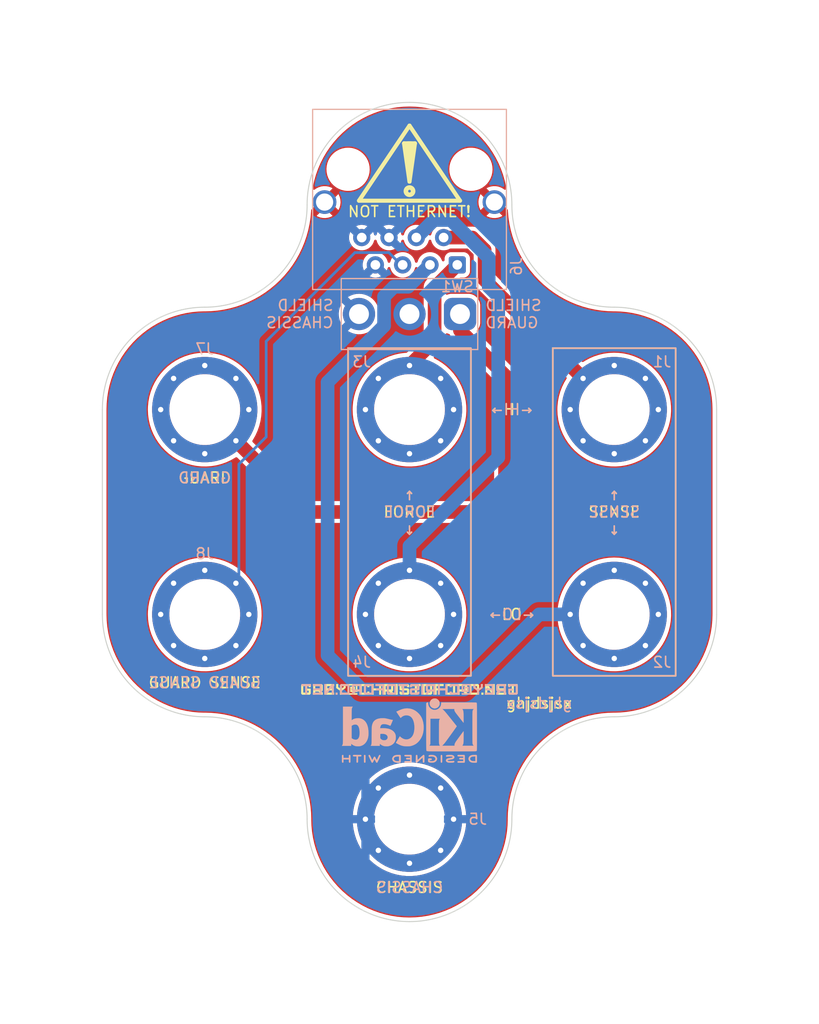
<source format=kicad_pcb>
(kicad_pcb (version 20211014) (generator pcbnew)
  (layers (0 "F.Cu" signal) (31 "B.Cu" signal) (34 "B.Paste" user) (35 "F.Paste" user) (36 "B.SilkS" user "B.Silkscreen") (37 "F.SilkS" user "F.Silkscreen") (38 "B.Mask" user) (39 "F.Mask" user) (44 "Edge.Cuts" user))
  (net 0 "")
  (net 1 "/HI_SENSE")
  (net 2 "/LO_SENSE")
  (net 3 "/HI_FORCE")
  (net 4 "/LO_FORCE")
  (net 5 "GNDPWR")
  (net 6 "/GUARD_SENSE")
  (net 7 "/GUARD")
  (net 8 "/SHIELD")
  (footprint "Symbol:Symbol_Attention_CopperTop_Small" (layer "F.Cu") (at 114.3 34.925)
    (fp_text reference "REF**" hide)
    (fp_text value "Symbol_Attention_CopperTop_Small")
  )
  (footprint "custom_footprints:logo_small" (layer "F.Cu") (at 114.3 83.185)
    (fp_text reference "LOGO2" hide)
    (fp_text value "Logo_Open_Hardware_Small" hide)
  )
  (footprint "custom_footprints:Mounting_Wuerth_WA-SMSI-4.5mm_H3mm_9774030482_pad_mod" (layer "B.Cu") (at 133.35 76.2 180)
    (fp_text reference "J2" (at -4.445 -4.445) (layer "B.SilkS") (effects (justify mirror)))
    (fp_text value "Conn_01x01_Female")
    (pad "" np_thru_hole circle (at 0 0 180) (size 5.4 5.4) (drill 5.4) (layers F&B.Cu *.Mask))
    (pad "1" thru_hole custom (at 2.899138 -2.899138 180) (size 0.8 0.8) (drill 0.5) (layers *.Cu *.Mask) (net 2 "/LO_SENSE") (options (clearance outline) (anchor circle)) (primitives))
    (pad "1" thru_hole custom (at 2.899138 2.899138 180) (size 0.8 0.8) (drill 0.5) (layers *.Cu *.Mask) (net 2 "/LO_SENSE") (options (clearance outline) (anchor circle)) (primitives))
    (pad "1" thru_hole custom (at 0 -4.1 180) (size 0.8 0.8) (drill 0.5) (layers *.Cu *.Mask) (net 2 "/LO_SENSE") (options (clearance outline) (anchor circle)) (primitives))
    (pad "1" thru_hole custom (at -2.899138 2.899138 180) (size 0.8 0.8) (drill 0.5) (layers *.Cu *.Mask) (net 2 "/LO_SENSE") (options (clearance outline) (anchor circle)) (primitives))
    (pad "1" thru_hole custom (at -2.899138 -2.899138 180) (size 0.8 0.8) (drill 0.5) (layers *.Cu *.Mask) (net 2 "/LO_SENSE") (options (clearance outline) (anchor circle)) (primitives))
    (pad "1" thru_hole custom (at 4.1 0 180) (size 1.6 1.6) (drill 0.5) (layers *.Cu *.Mask) (net 2 "/LO_SENSE") (options (clearance convexhull) (anchor circle)) (primitives (gr_circle (center -4.1 0) (end 0 0) (width 1.6) (fill none))))
    (pad "1" thru_hole custom (at -4.1 0 180) (size 0.8 0.8) (drill 0.5) (layers *.Cu *.Mask) (net 2 "/LO_SENSE") (options (clearance outline) (anchor circle)) (primitives))
    (pad "1" thru_hole custom (at 0 4.1 180) (size 0.8 0.8) (drill 0.5) (layers *.Cu *.Mask) (net 2 "/LO_SENSE") (options (clearance outline) (anchor circle)) (primitives))
  )
  (footprint "custom_footprints:SPDT_slide_switch" (layer "B.Cu") (at 114.3 48.26 180)
    (fp_text reference "SW1" (at -4.445 2.54 unlocked) (layer "B.SilkS") (effects (justify mirror)))
    (fp_text value "SW_SPDT")
    (pad "1" thru_hole roundrect (at -4.7 0 180) (size 3 3) (drill 1.85) (layers *.Cu *.Mask) (net 7 "/GUARD"))
    (pad "2" thru_hole circle (at 0 0 180) (size 3 3) (drill 1.85) (layers *.Cu *.Mask) (net 8 "/SHIELD"))
    (pad "3" thru_hole circle (at 4.7 0 180) (size 3 3) (drill 1.85) (layers *.Cu *.Mask) (net 5 "GNDPWR"))
  )
  (footprint "custom_footprints:Mounting_Wuerth_WA-SMSI-4.5mm_H3mm_9774030482_pad_mod" (layer "B.Cu") (at 114.3 95.25 180)
    (fp_text reference "J5" (at -6.35 0) (layer "B.SilkS") (effects (justify mirror)))
    (fp_text value "Conn_01x01_Female")
    (pad "" np_thru_hole circle (at 0 0 180) (size 5.4 5.4) (drill 5.4) (layers F&B.Cu *.Mask))
    (pad "1" thru_hole custom (at -4.1 0 180) (size 0.8 0.8) (drill 0.5) (layers *.Cu *.Mask) (net 5 "GNDPWR") (options (clearance outline) (anchor circle)) (primitives))
    (pad "1" thru_hole custom (at 2.899138 2.899138 180) (size 0.8 0.8) (drill 0.5) (layers *.Cu *.Mask) (net 5 "GNDPWR") (options (clearance outline) (anchor circle)) (primitives))
    (pad "1" thru_hole custom (at 4.1 0 180) (size 1.6 1.6) (drill 0.5) (layers *.Cu *.Mask) (net 5 "GNDPWR") (options (clearance convexhull) (anchor circle)) (primitives (gr_circle (center -4.1 0) (end 0 0) (width 1.6) (fill none))))
    (pad "1" thru_hole custom (at 0 -4.1 180) (size 0.8 0.8) (drill 0.5) (layers *.Cu *.Mask) (net 5 "GNDPWR") (options (clearance outline) (anchor circle)) (primitives))
    (pad "1" thru_hole custom (at 2.899138 -2.899138 180) (size 0.8 0.8) (drill 0.5) (layers *.Cu *.Mask) (net 5 "GNDPWR") (options (clearance outline) (anchor circle)) (primitives))
    (pad "1" thru_hole custom (at 0 4.1 180) (size 0.8 0.8) (drill 0.5) (layers *.Cu *.Mask) (net 5 "GNDPWR") (options (clearance outline) (anchor circle)) (primitives))
    (pad "1" thru_hole custom (at -2.899138 -2.899138 180) (size 0.8 0.8) (drill 0.5) (layers *.Cu *.Mask) (net 5 "GNDPWR") (options (clearance outline) (anchor circle)) (primitives))
    (pad "1" thru_hole custom (at -2.899138 2.899138 180) (size 0.8 0.8) (drill 0.5) (layers *.Cu *.Mask) (net 5 "GNDPWR") (options (clearance outline) (anchor circle)) (primitives))
  )
  (footprint "custom_footprints:Mounting_Wuerth_WA-SMSI-4.5mm_H3mm_9774030482_pad_mod" (layer "B.Cu") (at 95.25 76.2 180)
    (fp_text reference "J8" (at 0 5.65) (layer "B.SilkS") (effects (justify mirror)))
    (fp_text value "Conn_01x01_Female")
    (pad "" np_thru_hole circle (at 0 0 180) (size 5.4 5.4) (drill 5.4) (layers F&B.Cu *.Mask))
    (pad "1" thru_hole custom (at 4.1 0 180) (size 1.6 1.6) (drill 0.5) (layers *.Cu *.Mask) (net 6 "/GUARD_SENSE") (options (clearance convexhull) (anchor circle)) (primitives (gr_circle (center -4.1 0) (end 0 0) (width 1.6) (fill none))))
    (pad "1" thru_hole custom (at -2.899138 -2.899138 180) (size 0.8 0.8) (drill 0.5) (layers *.Cu *.Mask) (net 6 "/GUARD_SENSE") (options (clearance outline) (anchor circle)) (primitives))
    (pad "1" thru_hole custom (at 2.899138 -2.899138 180) (size 0.8 0.8) (drill 0.5) (layers *.Cu *.Mask) (net 6 "/GUARD_SENSE") (options (clearance outline) (anchor circle)) (primitives))
    (pad "1" thru_hole custom (at 0 4.1 180) (size 0.8 0.8) (drill 0.5) (layers *.Cu *.Mask) (net 6 "/GUARD_SENSE") (options (clearance outline) (anchor circle)) (primitives))
    (pad "1" thru_hole custom (at 2.899138 2.899138 180) (size 0.8 0.8) (drill 0.5) (layers *.Cu *.Mask) (net 6 "/GUARD_SENSE") (options (clearance outline) (anchor circle)) (primitives))
    (pad "1" thru_hole custom (at -4.1 0 180) (size 0.8 0.8) (drill 0.5) (layers *.Cu *.Mask) (net 6 "/GUARD_SENSE") (options (clearance outline) (anchor circle)) (primitives))
    (pad "1" thru_hole custom (at 0 -4.1 180) (size 0.8 0.8) (drill 0.5) (layers *.Cu *.Mask) (net 6 "/GUARD_SENSE") (options (clearance outline) (anchor circle)) (primitives))
    (pad "1" thru_hole custom (at -2.899138 2.899138 180) (size 0.8 0.8) (drill 0.5) (layers *.Cu *.Mask) (net 6 "/GUARD_SENSE") (options (clearance outline) (anchor circle)) (primitives))
  )
  (footprint "custom_footprints:Mounting_Wuerth_WA-SMSI-4.5mm_H3mm_9774030482_pad_mod" (layer "B.Cu") (at 133.35 57.15 180)
    (fp_text reference "J1" (at -4.445 4.445) (layer "B.SilkS") (effects (justify mirror)))
    (fp_text value "Conn_01x01_Female")
    (pad "" np_thru_hole circle (at 0 0 180) (size 5.4 5.4) (drill 5.4) (layers F&B.Cu *.Mask))
    (pad "1" thru_hole custom (at 0 -4.1 180) (size 0.8 0.8) (drill 0.5) (layers *.Cu *.Mask) (net 1 "/HI_SENSE") (options (clearance outline) (anchor circle)) (primitives))
    (pad "1" thru_hole custom (at -2.899138 -2.899138 180) (size 0.8 0.8) (drill 0.5) (layers *.Cu *.Mask) (net 1 "/HI_SENSE") (options (clearance outline) (anchor circle)) (primitives))
    (pad "1" thru_hole custom (at 4.1 0 180) (size 1.6 1.6) (drill 0.5) (layers *.Cu *.Mask) (net 1 "/HI_SENSE") (options (clearance convexhull) (anchor circle)) (primitives (gr_circle (center -4.1 0) (end 0 0) (width 1.6) (fill none))))
    (pad "1" thru_hole custom (at 2.899138 -2.899138 180) (size 0.8 0.8) (drill 0.5) (layers *.Cu *.Mask) (net 1 "/HI_SENSE") (options (clearance outline) (anchor circle)) (primitives))
    (pad "1" thru_hole custom (at -4.1 0 180) (size 0.8 0.8) (drill 0.5) (layers *.Cu *.Mask) (net 1 "/HI_SENSE") (options (clearance outline) (anchor circle)) (primitives))
    (pad "1" thru_hole custom (at -2.899138 2.899138 180) (size 0.8 0.8) (drill 0.5) (layers *.Cu *.Mask) (net 1 "/HI_SENSE") (options (clearance outline) (anchor circle)) (primitives))
    (pad "1" thru_hole custom (at 2.899138 2.899138 180) (size 0.8 0.8) (drill 0.5) (layers *.Cu *.Mask) (net 1 "/HI_SENSE") (options (clearance outline) (anchor circle)) (primitives))
    (pad "1" thru_hole custom (at 0 4.1 180) (size 0.8 0.8) (drill 0.5) (layers *.Cu *.Mask) (net 1 "/HI_SENSE") (options (clearance outline) (anchor circle)) (primitives))
  )
  (footprint "Symbol:KiCad-Logo2_5mm_SilkScreen" (layer "B.Cu") (at 114.3 86.995 180)
    (fp_text reference "REF**" hide)
    (fp_text value "KiCad-Logo2_5mm_SilkScreen" hide)
  )
  (footprint "custom_footprints:Mounting_Wuerth_WA-SMSI-4.5mm_H3mm_9774030482_pad_mod" (layer "B.Cu") (at 95.25 57.15 180)
    (fp_text reference "J7" (at 0 5.65) (layer "B.SilkS") (effects (justify mirror)))
    (fp_text value "Conn_01x01_Female")
    (pad "" np_thru_hole circle (at 0 0 180) (size 5.4 5.4) (drill 5.4) (layers F&B.Cu *.Mask))
    (pad "1" thru_hole custom (at 0 -4.1 180) (size 0.8 0.8) (drill 0.5) (layers *.Cu *.Mask) (net 7 "/GUARD") (options (clearance outline) (anchor circle)) (primitives))
    (pad "1" thru_hole custom (at 0 4.1 180) (size 0.8 0.8) (drill 0.5) (layers *.Cu *.Mask) (net 7 "/GUARD") (options (clearance outline) (anchor circle)) (primitives))
    (pad "1" thru_hole custom (at -2.899138 -2.899138 180) (size 0.8 0.8) (drill 0.5) (layers *.Cu *.Mask) (net 7 "/GUARD") (options (clearance outline) (anchor circle)) (primitives))
    (pad "1" thru_hole custom (at 2.899138 -2.899138 180) (size 0.8 0.8) (drill 0.5) (layers *.Cu *.Mask) (net 7 "/GUARD") (options (clearance outline) (anchor circle)) (primitives))
    (pad "1" thru_hole custom (at -4.1 0 180) (size 0.8 0.8) (drill 0.5) (layers *.Cu *.Mask) (net 7 "/GUARD") (options (clearance outline) (anchor circle)) (primitives))
    (pad "1" thru_hole custom (at -2.899138 2.899138 180) (size 0.8 0.8) (drill 0.5) (layers *.Cu *.Mask) (net 7 "/GUARD") (options (clearance outline) (anchor circle)) (primitives))
    (pad "1" thru_hole custom (at 2.899138 2.899138 180) (size 0.8 0.8) (drill 0.5) (layers *.Cu *.Mask) (net 7 "/GUARD") (options (clearance outline) (anchor circle)) (primitives))
    (pad "1" thru_hole custom (at 4.1 0 180) (size 1.6 1.6) (drill 0.5) (layers *.Cu *.Mask) (net 7 "/GUARD") (options (clearance convexhull) (anchor circle)) (primitives (gr_circle (center -4.1 0) (end 0 0) (width 1.6) (fill none))))
  )
  (footprint "custom_footprints:logo_small" (layer "B.Cu") (at 114.3 83.185 180)
    (fp_text reference "LOGO1" hide)
    (fp_text value "Logo_Open_Hardware_Small" hide)
  )
  (footprint "custom_footprints:Mounting_Wuerth_WA-SMSI-4.5mm_H3mm_9774030482_pad_mod" (layer "B.Cu") (at 114.3 57.15 180)
    (fp_text reference "J3" (at 4.445 4.445) (layer "B.SilkS") (effects (justify mirror)))
    (fp_text value "Conn_01x01_Female")
    (pad "" np_thru_hole circle (at 0 0 180) (size 5.4 5.4) (drill 5.4) (layers F&B.Cu *.Mask))
    (pad "1" thru_hole custom (at 2.899138 2.899138 180) (size 0.8 0.8) (drill 0.5) (layers *.Cu *.Mask) (net 3 "/HI_FORCE") (options (clearance outline) (anchor circle)) (primitives))
    (pad "1" thru_hole custom (at -4.1 0 180) (size 0.8 0.8) (drill 0.5) (layers *.Cu *.Mask) (net 3 "/HI_FORCE") (options (clearance outline) (anchor circle)) (primitives))
    (pad "1" thru_hole custom (at 0 -4.1 180) (size 0.8 0.8) (drill 0.5) (layers *.Cu *.Mask) (net 3 "/HI_FORCE") (options (clearance outline) (anchor circle)) (primitives))
    (pad "1" thru_hole custom (at 2.899138 -2.899138 180) (size 0.8 0.8) (drill 0.5) (layers *.Cu *.Mask) (net 3 "/HI_FORCE") (options (clearance outline) (anchor circle)) (primitives))
    (pad "1" thru_hole custom (at 4.1 0 180) (size 1.6 1.6) (drill 0.5) (layers *.Cu *.Mask) (net 3 "/HI_FORCE") (options (clearance convexhull) (anchor circle)) (primitives (gr_circle (center -4.1 0) (end 0 0) (width 1.6) (fill none))))
    (pad "1" thru_hole custom (at 0 4.1 180) (size 0.8 0.8) (drill 0.5) (layers *.Cu *.Mask) (net 3 "/HI_FORCE") (options (clearance outline) (anchor circle)) (primitives))
    (pad "1" thru_hole custom (at -2.899138 2.899138 180) (size 0.8 0.8) (drill 0.5) (layers *.Cu *.Mask) (net 3 "/HI_FORCE") (options (clearance outline) (anchor circle)) (primitives))
    (pad "1" thru_hole custom (at -2.899138 -2.899138 180) (size 0.8 0.8) (drill 0.5) (layers *.Cu *.Mask) (net 3 "/HI_FORCE") (options (clearance outline) (anchor circle)) (primitives))
  )
  (footprint "custom_footprints:Mounting_Wuerth_WA-SMSI-4.5mm_H3mm_9774030482_pad_mod" (layer "B.Cu") (at 114.3 76.2 180)
    (fp_text reference "J4" (at 4.445 -4.445) (layer "B.SilkS") (effects (justify mirror)))
    (fp_text value "Conn_01x01_Female")
    (pad "" np_thru_hole circle (at 0 0 180) (size 5.4 5.4) (drill 5.4) (layers F&B.Cu *.Mask))
    (pad "1" thru_hole custom (at 0 -4.1 180) (size 0.8 0.8) (drill 0.5) (layers *.Cu *.Mask) (net 4 "/LO_FORCE") (options (clearance outline) (anchor circle)) (primitives))
    (pad "1" thru_hole custom (at 4.1 0 180) (size 1.6 1.6) (drill 0.5) (layers *.Cu *.Mask) (net 4 "/LO_FORCE") (options (clearance convexhull) (anchor circle)) (primitives (gr_circle (center -4.1 0) (end 0 0) (width 1.6) (fill none))))
    (pad "1" thru_hole custom (at -4.1 0 180) (size 0.8 0.8) (drill 0.5) (layers *.Cu *.Mask) (net 4 "/LO_FORCE") (options (clearance outline) (anchor circle)) (primitives))
    (pad "1" thru_hole custom (at 0 4.1 180) (size 0.8 0.8) (drill 0.5) (layers *.Cu *.Mask) (net 4 "/LO_FORCE") (options (clearance outline) (anchor circle)) (primitives))
    (pad "1" thru_hole custom (at 2.899138 2.899138 180) (size 0.8 0.8) (drill 0.5) (layers *.Cu *.Mask) (net 4 "/LO_FORCE") (options (clearance outline) (anchor circle)) (primitives))
    (pad "1" thru_hole custom (at 2.899138 -2.899138 180) (size 0.8 0.8) (drill 0.5) (layers *.Cu *.Mask) (net 4 "/LO_FORCE") (options (clearance outline) (anchor circle)) (primitives))
    (pad "1" thru_hole custom (at -2.899138 -2.899138 180) (size 0.8 0.8) (drill 0.5) (layers *.Cu *.Mask) (net 4 "/LO_FORCE") (options (clearance outline) (anchor circle)) (primitives))
    (pad "1" thru_hole custom (at -2.899138 2.899138 180) (size 0.8 0.8) (drill 0.5) (layers *.Cu *.Mask) (net 4 "/LO_FORCE") (options (clearance outline) (anchor circle)) (primitives))
  )
  (footprint "custom_footprints:RJ45_TE_100616-1_vertical_shield" (layer "B.Cu") (at 114.3 37.726 90)
    (fp_text reference "J6" (at -6.112 9.945 90) (layer "B.SilkS") (effects (justify mirror)))
    (fp_text value "RJ45_Shielded")
    (pad "" np_thru_hole circle (at 2.928 -5.715) (size 3.25 3.25) (drill 3.25) (layers *.Cu *.Mask))
    (pad "" np_thru_hole circle (at 2.928 5.715) (size 3.25 3.25) (drill 3.25) (layers *.Cu *.Mask))
    (pad "1" thru_hole roundrect (at -5.962 4.445) (size 1.6 1.6) (drill 0.9) (layers *.Cu *.Mask) (roundrect_rratio 0.155) (net 3 "/HI_FORCE"))
    (pad "2" thru_hole circle (at -3.422 3.175) (size 1.6 1.6) (drill 0.9) (layers *.Cu *.Mask) (net 1 "/HI_SENSE"))
    (pad "3" thru_hole circle (at -5.962 1.905) (size 1.6 1.6) (drill 0.9) (layers *.Cu *.Mask) (net 2 "/LO_SENSE"))
    (pad "4" thru_hole circle (at -3.422 0.635) (size 1.6 1.6) (drill 0.9) (layers *.Cu *.Mask) (net 4 "/LO_FORCE"))
    (pad "5" thru_hole circle (at -5.962 -0.635) (size 1.6 1.6) (drill 0.9) (layers *.Cu *.Mask) (net 6 "/GUARD_SENSE"))
    (pad "6" thru_hole circle (at -3.422 -1.905) (size 1.6 1.6) (drill 0.9) (layers *.Cu *.Mask) (net 5 "GNDPWR"))
    (pad "7" thru_hole circle (at -5.962 -3.175) (size 1.6 1.6) (drill 0.9) (layers *.Cu *.Mask) (net 5 "GNDPWR"))
    (pad "8" thru_hole circle (at -3.422 -4.445) (size 1.6 1.6) (drill 0.9) (layers *.Cu *.Mask) (net 5 "GNDPWR"))
    (pad "SH" thru_hole circle (at -0.122 -7.9) (size 2.2 2.2) (drill 1.6) (layers *.Cu *.Mask) (net 8 "/SHIELD"))
    (pad "SH" thru_hole circle (at -0.122 7.9) (size 2.2 2.2) (drill 1.6) (layers *.Cu *.Mask) (net 8 "/SHIELD"))
  )
  (gr_rect (start 108.585 81.915) (end 120.015 51.435) (layer "B.SilkS") (width 0.15) (fill none))
  (gr_rect (start 127.635 81.915) (end 139.065 51.435) (layer "B.SilkS") (width 0.15) (fill none))
  (gr_rect (start 127.635 51.435) (end 139.065 81.915) (layer "F.SilkS") (width 0.15) (fill none))
  (gr_rect (start 108.585 51.435) (end 120.015 81.915) (layer "F.SilkS") (width 0.15) (fill none))
  (gr_arc (start 114.3 104.775) (mid 107.564808 101.985192) (end 104.775 95.25) (layer "Edge.Cuts") (width 0.1))
  (gr_arc (start 85.725 57.15) (mid 88.514808 50.414808) (end 95.25 47.625) (layer "Edge.Cuts") (width 0.1))
  (gr_arc (start 104.775 38.1) (mid 101.985192 44.835192) (end 95.25 47.625) (layer "Edge.Cuts") (width 0.1))
  (gr_arc (start 95.25 85.725) (mid 88.514808 82.935192) (end 85.725 76.2) (layer "Edge.Cuts") (width 0.1))
  (gr_arc (start 114.3 28.575) (mid 121.035192 31.364808) (end 123.825 38.1) (layer "Edge.Cuts") (width 0.1))
  (gr_arc (start 95.25 85.725) (mid 101.985192 88.514808) (end 104.775 95.25) (layer "Edge.Cuts") (width 0.1))
  (gr_line (start 85.725 57.15) (end 85.725 76.2) (layer "Edge.Cuts") (width 0.1))
  (gr_arc (start 133.35 47.625) (mid 140.085192 50.414808) (end 142.875 57.15) (layer "Edge.Cuts") (width 0.1))
  (gr_arc (start 123.825 95.25) (mid 121.035192 101.985192) (end 114.3 104.775) (layer "Edge.Cuts") (width 0.1))
  (gr_arc (start 104.775 38.1) (mid 107.564808 31.364808) (end 114.3 28.575) (layer "Edge.Cuts") (width 0.1))
  (gr_line (start 142.875 76.2) (end 142.875 57.15) (layer "Edge.Cuts") (width 0.1))
  (gr_arc (start 142.875 76.2) (mid 140.085192 82.935192) (end 133.35 85.725) (layer "Edge.Cuts") (width 0.1))
  (gr_arc (start 133.35 47.625) (mid 126.614808 44.835192) (end 123.825 38.1) (layer "Edge.Cuts") (width 0.1))
  (gr_arc (start 123.825 95.25) (mid 126.614808 88.514808) (end 133.35 85.725) (layer "Edge.Cuts") (width 0.1))
  (gr_text "↑\nFORCE\n↓" (at 114.3 66.675) (layer "B.SilkS") (effects (font (size 1 1)) (justify mirror)))
  (gr_text "SHIELD\nCHASSIS" (at 107.315 48.26) (layer "B.SilkS") (effects (font (size 1 1)) (justify left mirror)))
  (gr_text "←LO→" (at 123.825 76.2) (layer "B.SilkS") (effects (font (size 1 1)) (justify mirror)))
  (gr_text "ghjdsjsx" (at 126.365 84.455) (layer "B.SilkS") (effects (font (size 1 1)) (justify mirror)))
  (gr_text "GUARD SENSE" (at 95.25 82.55) (layer "B.SilkS") (effects (font (size 1 1)) (justify mirror)))
  (gr_text "SHIELD\nGUARD" (at 121.285 48.26) (layer "B.SilkS") (effects (font (size 1 1)) (justify right mirror)))
  (gr_text "←HI→" (at 123.825 57.15) (layer "B.SilkS") (effects (font (size 1 1)) (justify mirror)))
  (gr_text "CHASSIS" (at 114.3 101.6) (layer "B.SilkS") (effects (font (size 1 1)) (justify mirror)))
  (gr_text "↑\nSENSE\n↓" (at 133.35 66.675) (layer "B.SilkS") (effects (font (size 1 1)) (justify mirror)))
  (gr_text "GUARD" (at 95.25 63.5) (layer "B.SilkS") (effects (font (size 1 1)) (justify mirror)))
  (gr_text "GUARD" (at 95.25 63.5) (layer "F.SilkS") (effects (font (size 1 1))))
  (gr_text "↑\nFORCE\n↓" (at 114.3 66.675) (layer "F.SilkS") (effects (font (size 1 1))))
  (gr_text "NOT ETHERNET!" (at 114.3 38.735) (layer "F.SilkS") (effects (font (size 1 1))))
  (gr_text "↑\nSENSE\n↓" (at 133.35 66.675) (layer "F.SilkS") (effects (font (size 1 1))))
  (gr_text "←LO→" (at 123.825 76.2) (layer "F.SilkS") (effects (font (size 1 1))))
  (gr_text "CHASSIS" (at 114.3 101.6) (layer "F.SilkS") (effects (font (size 1 1))))
  (gr_text "GUARD SENSE" (at 95.25 82.55) (layer "F.SilkS") (effects (font (size 1 1))))
  (gr_text "←HI→" (at 123.825 57.15) (layer "F.SilkS") (effects (font (size 1 1))))
  (gr_text "ghjdsjsx" (at 126.365 84.455) (layer "F.SilkS") (effects (font (size 1 1))))
  (segment (start 121.285 45.085) (end 121.285 42.291) (width 1.27) (layer "F.Cu") (net 1))
  (segment (start 121.285 42.291) (end 120.142 41.148) (width 1.27) (layer "F.Cu") (net 1))
  (segment (start 120.142 41.148) (end 117.475 41.148) (width 1.27) (layer "F.Cu") (net 1))
  (segment (start 130.450862 54.250862) (end 121.285 45.085) (width 1.27) (layer "F.Cu") (net 1))
  (segment (start 112.855 45.72) (end 114.173 45.72) (width 1.27) (layer "B.Cu") (net 2))
  (segment (start 126.365 76.2) (end 119.38 83.185) (width 1.27) (layer "B.Cu") (net 2))
  (segment (start 129.25 76.2) (end 126.365 76.2) (width 1.27) (layer "B.Cu") (net 2))
  (segment (start 114.173 45.72) (end 116.205 43.688) (width 1.27) (layer "B.Cu") (net 2))
  (segment (start 111.935 46.64) (end 112.855 45.72) (width 1.27) (layer "B.Cu") (net 2))
  (segment (start 119.38 83.185) (end 109.855 83.185) (width 1.27) (layer "B.Cu") (net 2))
  (segment (start 106.68 80.01) (end 106.68 54.61) (width 1.27) (layer "B.Cu") (net 2))
  (segment (start 106.68 54.61) (end 111.935 49.355) (width 1.27) (layer "B.Cu") (net 2))
  (segment (start 109.855 83.185) (end 106.68 80.01) (width 1.27) (layer "B.Cu") (net 2))
  (segment (start 111.935 49.355) (end 111.935 46.64) (width 1.27) (layer "B.Cu") (net 2))
  (segment (start 114.3 53.05) (end 116.635 50.715) (width 1.27) (layer "F.Cu") (net 3))
  (segment (start 116.635 45.798) (end 118.745 43.688) (width 1.27) (layer "F.Cu") (net 3))
  (segment (start 116.635 50.715) (end 116.635 45.798) (width 1.27) (layer "F.Cu") (net 3))
  (segment (start 121.666 45.72) (end 122.555 46.609) (width 1.27) (layer "B.Cu") (net 4))
  (segment (start 118.15224 39.513) (end 121.666 43.02676) (width 1.27) (layer "B.Cu") (net 4))
  (segment (start 122.555 61.595) (end 114.3 69.85) (width 1.27) (layer "B.Cu") (net 4))
  (segment (start 116.57 39.513) (end 118.15224 39.513) (width 1.27) (layer "B.Cu") (net 4))
  (segment (start 114.935 41.148) (end 116.57 39.513) (width 1.27) (layer "B.Cu") (net 4))
  (segment (start 121.666 43.02676) (end 121.666 45.72) (width 1.27) (layer "B.Cu") (net 4))
  (segment (start 114.3 69.85) (end 114.3 72.1) (width 1.27) (layer "B.Cu") (net 4))
  (segment (start 122.555 46.609) (end 122.555 61.595) (width 1.27) (layer "B.Cu") (net 4))
  (segment (start 100.965 59.69) (end 100.965 50.8) (width 0.254) (layer "B.Cu") (net 6))
  (segment (start 112.37768 42.545) (end 113.52068 43.688) (width 0.254) (layer "B.Cu") (net 6))
  (segment (start 98.425 73.025) (end 98.425 62.23) (width 0.254) (layer "B.Cu") (net 6))
  (segment (start 100.965 50.8) (end 109.22 42.545) (width 0.254) (layer "B.Cu") (net 6))
  (segment (start 98.149138 73.300862) (end 98.425 73.025) (width 0.254) (layer "B.Cu") (net 6))
  (segment (start 113.52068 43.688) (end 113.665 43.688) (width 0.254) (layer "B.Cu") (net 6))
  (segment (start 109.22 42.545) (end 112.37768 42.545) (width 0.254) (layer "B.Cu") (net 6))
  (segment (start 98.425 62.23) (end 100.965 59.69) (width 0.254) (layer "B.Cu") (net 6))
  (segment (start 123.19 53.975) (end 123.19 65.405) (width 1.27) (layer "F.Cu") (net 7))
  (segment (start 104.775 66.675) (end 98.149138 60.049138) (width 1.27) (layer "F.Cu") (net 7))
  (segment (start 119 48.26) (end 119 49.785) (width 1.27) (layer "F.Cu") (net 7))
  (segment (start 119 49.785) (end 123.19 53.975) (width 1.27) (layer "F.Cu") (net 7))
  (segment (start 121.92 66.675) (end 104.775 66.675) (width 1.27) (layer "F.Cu") (net 7))
  (segment (start 123.19 65.405) (end 121.92 66.675) (width 1.27) (layer "F.Cu") (net 7))
  (zone (net 8) (net_name "/SHIELD") (layer "F.Cu") (connect_pads (clearance 0.381)) (min_thickness 0.254) (fill yes (thermal_gap 0.381) (thermal_bridge_width 0.762))
    (polygon (pts (xy 76.2 19.05) (xy 152.4 19.05) (xy 152.4 114.3) (xy 76.2 114.3)))
  )
  (zone (net 5) (net_name "GNDPWR") (layer "B.Cu") (connect_pads thru_hole_only (clearance 0.508)) (min_thickness 0.254) (fill yes (thermal_gap 0.381) (thermal_bridge_width 0.762))
    (polygon (pts (xy 146.05 25.4) (xy 146.05 107.95) (xy 82.55 107.95) (xy 82.55 25.4)))
  )
)
</source>
